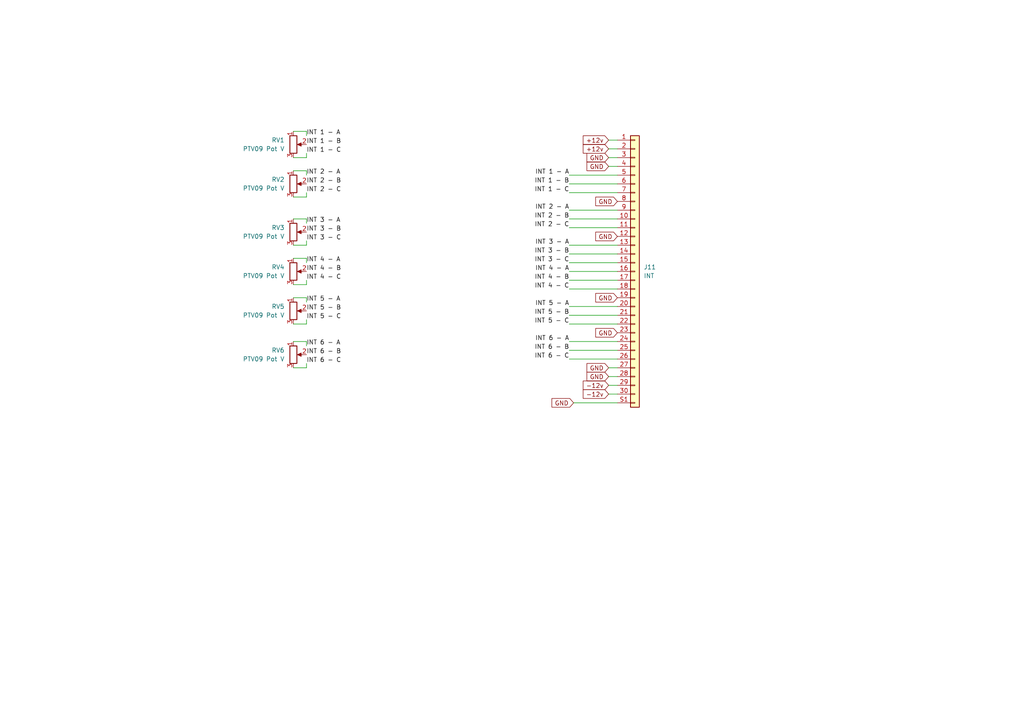
<source format=kicad_sch>
(kicad_sch (version 20231120) (generator "eeschema") (generator_version "8.0")
  (paper "A4")
  (title_block (title "Audio Thing Template") (rev "1.0") (company "velvia-fifty") (comment 1 "https://github.com/velvia-fifty/AudioThings") (comment 2 "You should have changed this already :)") (comment 4 "Stay humble"))
  (lib_symbols
    (symbol "Connector_Generic:Conn_01x31" (pin_names (offset 1.016) hide)
      (property "Reference" "J10" (at 2.54 1.2701 0))
      (property "Value" "Conn_01x31" (at 2.54 -1.2699 0))
      (symbol "Conn_01x31_1_1"
        (rectangle (start -1.27 -37.973) (end 0 -38.227) (stroke (width 0.1524)))
        (rectangle (start -1.27 -35.433) (end 0 -35.687) (stroke (width 0.1524)))
        (rectangle (start -1.27 -32.893) (end 0 -33.147) (stroke (width 0.1524)))
        (rectangle (start -1.27 -30.353) (end 0 -30.607) (stroke (width 0.1524)))
        (rectangle (start -1.27 -27.813) (end 0 -28.067) (stroke (width 0.1524)))
        (rectangle (start -1.27 -25.273) (end 0 -25.527) (stroke (width 0.1524)))
        (rectangle (start -1.27 -22.733) (end 0 -22.987) (stroke (width 0.1524)))
        (rectangle (start -1.27 -20.193) (end 0 -20.447) (stroke (width 0.1524)))
        (rectangle (start -1.27 -17.653) (end 0 -17.907) (stroke (width 0.1524)))
        (rectangle (start -1.27 -15.113) (end 0 -15.367) (stroke (width 0.1524)))
        (rectangle (start -1.27 -12.573) (end 0 -12.827) (stroke (width 0.1524)))
        (rectangle (start -1.27 -10.033) (end 0 -10.287) (stroke (width 0.1524)))
        (rectangle (start -1.27 -7.493) (end 0 -7.747) (stroke (width 0.1524)))
        (rectangle (start -1.27 -4.953) (end 0 -5.207) (stroke (width 0.1524)))
        (rectangle (start -1.27 -2.413) (end 0 -2.667) (stroke (width 0.1524)))
        (rectangle (start -1.27 0.127) (end 0 -0.127) (stroke (width 0.1524)))
        (rectangle (start -1.27 2.667) (end 0 2.413) (stroke (width 0.1524)))
        (rectangle (start -1.27 5.207) (end 0 4.953) (stroke (width 0.1524)))
        (rectangle (start -1.27 7.747) (end 0 7.493) (stroke (width 0.1524)))
        (rectangle (start -1.27 10.287) (end 0 10.033) (stroke (width 0.1524)))
        (rectangle (start -1.27 12.827) (end 0 12.573) (stroke (width 0.1524)))
        (rectangle (start -1.27 15.367) (end 0 15.113) (stroke (width 0.1524)))
        (rectangle (start -1.27 17.907) (end 0 17.653) (stroke (width 0.1524)))
        (rectangle (start -1.27 20.447) (end 0 20.193) (stroke (width 0.1524)))
        (rectangle (start -1.27 22.987) (end 0 22.733) (stroke (width 0.1524)))
        (rectangle (start -1.27 25.527) (end 0 25.273) (stroke (width 0.1524)))
        (rectangle (start -1.27 28.067) (end 0 27.813) (stroke (width 0.1524)))
        (rectangle (start -1.27 30.607) (end 0 30.353) (stroke (width 0.1524)))
        (rectangle (start -1.27 33.147) (end 0 32.893) (stroke (width 0.1524)))
        (rectangle (start -1.27 35.687) (end 0 35.433) (stroke (width 0.1524)))
        (rectangle (start -1.27 38.227) (end 0 37.973) (stroke (width 0.1524)))
        (rectangle (start -1.27 39.37) (end 1.27 -39.37) (stroke (width 0.254)) (fill (type background)))
        (pin passive line (at -5.08 38.1 0) (length 3.81) (name "Pin_1") (number "1"))
        (pin passive line (at -5.08 15.24 0) (length 3.81) (name "Pin_10") (number "10"))
        (pin passive line (at -5.08 12.7 0) (length 3.81) (name "Pin_11") (number "11"))
        (pin passive line (at -5.08 10.16 0) (length 3.81) (name "Pin_12") (number "12"))
        (pin passive line (at -5.08 7.62 0) (length 3.81) (name "Pin_13") (number "13"))
        (pin passive line (at -5.08 5.08 0) (length 3.81) (name "Pin_14") (number "14"))
        (pin passive line (at -5.08 2.54 0) (length 3.81) (name "Pin_15") (number "15"))
        (pin passive line (at -5.08 0 0) (length 3.81) (name "Pin_16") (number "16"))
        (pin passive line (at -5.08 -2.54 0) (length 3.81) (name "Pin_17") (number "17"))
        (pin passive line (at -5.08 -5.08 0) (length 3.81) (name "Pin_18") (number "18"))
        (pin passive line (at -5.08 -7.62 0) (length 3.81) (name "Pin_19") (number "19"))
        (pin passive line (at -5.08 35.56 0) (length 3.81) (name "Pin_2") (number "2"))
        (pin passive line (at -5.08 -10.16 0) (length 3.81) (name "Pin_20") (number "20"))
        (pin passive line (at -5.08 -12.7 0) (length 3.81) (name "Pin_21") (number "21"))
        (pin passive line (at -5.08 -15.24 0) (length 3.81) (name "Pin_22") (number "22"))
        (pin passive line (at -5.08 -17.78 0) (length 3.81) (name "Pin_23") (number "23"))
        (pin passive line (at -5.08 -20.32 0) (length 3.81) (name "Pin_24") (number "24"))
        (pin passive line (at -5.08 -22.86 0) (length 3.81) (name "Pin_25") (number "25"))
        (pin passive line (at -5.08 -25.4 0) (length 3.81) (name "Pin_26") (number "26"))
        (pin passive line (at -5.08 -27.94 0) (length 3.81) (name "Pin_27") (number "27"))
        (pin passive line (at -5.08 -30.48 0) (length 3.81) (name "Pin_28") (number "28"))
        (pin passive line (at -5.08 -33.02 0) (length 3.81) (name "Pin_29") (number "29"))
        (pin passive line (at -5.08 33.02 0) (length 3.81) (name "Pin_3") (number "3"))
        (pin passive line (at -5.08 -35.56 0) (length 3.81) (name "Pin_30") (number "30"))
        (pin passive line (at -5.08 30.48 0) (length 3.81) (name "Pin_4") (number "4"))
        (pin passive line (at -5.08 27.94 0) (length 3.81) (name "Pin_5") (number "5"))
        (pin passive line (at -5.08 25.4 0) (length 3.81) (name "Pin_6") (number "6"))
        (pin passive line (at -5.08 22.86 0) (length 3.81) (name "Pin_7") (number "7"))
        (pin passive line (at -5.08 20.32 0) (length 3.81) (name "Pin_8") (number "8"))
        (pin passive line (at -5.08 17.78 0) (length 3.81) (name "Pin_9") (number "9"))
        (pin passive line (at -5.08 -38.1 0) (length 3.81) (name "S1") (number "S1"))
      )
    )
    (symbol "Device:R_Potentiometer" (pin_names (offset 1.016) hide)
      (property "Reference" "RV" (at -4.445 0 90))
      (property "Value" "R_Potentiometer" (at -2.54 0 90))
      (symbol "R_Potentiometer_0_1"
        (polyline (pts (xy 2.54 0) (xy 1.524 0)))
        (polyline (pts (xy 1.143 0) (xy 2.286 0.508) (xy 2.286 -0.508) (xy 1.143 0)) (fill (type outline)))
        (rectangle (start 1.016 2.54) (end -1.016 -2.54) (stroke (width 0.254)))
      )
      (symbol "R_Potentiometer_1_1"
        (pin passive line (at 0 3.81 270) (length 1.27) (name "1") (number "1"))
        (pin passive line (at 3.81 0 180) (length 1.27) (name "2") (number "2"))
        (pin passive line (at 0 -3.81 90) (length 1.27) (name "3") (number "3"))
      )
    )
  )
  (wire (pts (xy 88.9 55.88) (xy 88.9 57.15)))
  (wire (pts (xy 165.1 101.6) (xy 179.07 101.6)))
  (wire (pts (xy 85.09 74.93) (xy 88.9 74.93)))
  (wire (pts (xy 165.1 88.9) (xy 179.07 88.9)))
  (wire (pts (xy 88.9 82.55) (xy 88.9 81.28)))
  (wire (pts (xy 88.9 106.68) (xy 88.9 105.41)))
  (wire (pts (xy 85.09 45.72) (xy 88.9 45.72)))
  (wire (pts (xy 165.1 66.04) (xy 179.07 66.04)))
  (wire (pts (xy 88.9 74.93) (xy 88.9 76.2)))
  (wire (pts (xy 165.1 71.12) (xy 179.07 71.12)))
  (wire (pts (xy 88.9 99.06) (xy 88.9 100.33)))
  (wire (pts (xy 166.37 116.84) (xy 179.07 116.84)))
  (wire (pts (xy 85.09 93.98) (xy 88.9 93.98)))
  (wire (pts (xy 165.1 99.06) (xy 179.07 99.06)))
  (wire (pts (xy 176.53 48.26) (xy 179.07 48.26)))
  (wire (pts (xy 88.9 69.85) (xy 88.9 71.12)))
  (wire (pts (xy 165.1 73.66) (xy 179.07 73.66)))
  (wire (pts (xy 88.9 50.8) (xy 88.9 49.53)))
  (wire (pts (xy 88.9 44.45) (xy 88.9 45.72)))
  (wire (pts (xy 88.9 57.15) (xy 85.09 57.15)))
  (wire (pts (xy 88.9 63.5) (xy 85.09 63.5)))
  (wire (pts (xy 88.9 64.77) (xy 88.9 63.5)))
  (wire (pts (xy 165.1 63.5) (xy 179.07 63.5)))
  (wire (pts (xy 176.53 40.64) (xy 179.07 40.64)))
  (wire (pts (xy 165.1 93.98) (xy 179.07 93.98)))
  (wire (pts (xy 165.1 55.88) (xy 179.07 55.88)))
  (wire (pts (xy 85.09 82.55) (xy 88.9 82.55)))
  (wire (pts (xy 165.1 53.34) (xy 179.07 53.34)))
  (wire (pts (xy 165.1 76.2) (xy 179.07 76.2)))
  (wire (pts (xy 88.9 93.98) (xy 88.9 92.71)))
  (wire (pts (xy 176.53 114.3) (xy 179.07 114.3)))
  (wire (pts (xy 88.9 49.53) (xy 85.09 49.53)))
  (wire (pts (xy 165.1 91.44) (xy 179.07 91.44)))
  (wire (pts (xy 88.9 86.36) (xy 88.9 87.63)))
  (wire (pts (xy 165.1 83.82) (xy 179.07 83.82)))
  (wire (pts (xy 165.1 104.14) (xy 179.07 104.14)))
  (wire (pts (xy 165.1 81.28) (xy 179.07 81.28)))
  (wire (pts (xy 85.09 106.68) (xy 88.9 106.68)))
  (wire (pts (xy 176.53 45.72) (xy 179.07 45.72)))
  (wire (pts (xy 88.9 38.1) (xy 88.9 39.37)))
  (wire (pts (xy 85.09 38.1) (xy 88.9 38.1)))
  (wire (pts (xy 176.53 109.22) (xy 179.07 109.22)))
  (wire (pts (xy 176.53 43.18) (xy 179.07 43.18)))
  (wire (pts (xy 176.53 106.68) (xy 179.07 106.68)))
  (wire (pts (xy 88.9 71.12) (xy 85.09 71.12)))
  (wire (pts (xy 85.09 86.36) (xy 88.9 86.36)))
  (wire (pts (xy 165.1 60.96) (xy 179.07 60.96)))
  (wire (pts (xy 165.1 50.8) (xy 179.07 50.8)))
  (wire (pts (xy 85.09 99.06) (xy 88.9 99.06)))
  (wire (pts (xy 165.1 78.74) (xy 179.07 78.74)))
  (wire (pts (xy 176.53 111.76) (xy 179.07 111.76)))
  (label "INT 2 - C" (at 165.1 66.04 180))
  (label "INT 3 - C" (at 88.9 69.85 0))
  (label "INT 6 - B" (at 165.1 101.6 180))
  (label "INT 1 - C" (at 88.9 44.45 0))
  (label "INT 2 - B" (at 88.9 53.34 0))
  (label "INT 4 - C" (at 88.9 81.28 0))
  (label "INT 6 - B" (at 88.9 102.87 0))
  (label "INT 1 - B" (at 88.9 41.91 0))
  (label "INT 3 - A" (at 165.1 71.12 180))
  (label "INT 1 - B" (at 165.1 53.34 180))
  (label "INT 2 - C" (at 88.9 55.88 0))
  (label "INT 4 - C" (at 165.1 83.82 180))
  (label "INT 4 - B" (at 88.9 78.74 0))
  (label "INT 4 - A" (at 88.9 76.2 0))
  (label "INT 2 - B" (at 165.1 63.5 180))
  (label "INT 3 - B" (at 165.1 73.66 180))
  (label "INT 5 - B" (at 165.1 91.44 180))
  (label "INT 1 - A" (at 165.1 50.8 180))
  (label "INT 3 - C" (at 165.1 76.2 180))
  (label "INT 6 - A" (at 165.1 99.06 180))
  (label "INT 6 - C" (at 88.9 105.41 0))
  (label "INT 5 - C" (at 165.1 93.98 180))
  (label "INT 5 - C" (at 88.9 92.71 0))
  (label "INT 5 - A" (at 165.1 88.9 180))
  (label "INT 4 - B" (at 165.1 81.28 180))
  (label "INT 5 - B" (at 88.9 90.17 0))
  (label "INT 4 - A" (at 165.1 78.74 180))
  (label "INT 5 - A" (at 88.9 87.63 0))
  (label "INT 3 - A" (at 88.9 64.77 0))
  (label "INT 2 - A" (at 88.9 50.8 0))
  (label "INT 1 - C" (at 165.1 55.88 180))
  (label "INT 3 - B" (at 88.9 67.31 0))
  (label "INT 2 - A" (at 165.1 60.96 180))
  (label "INT 6 - A" (at 88.9 100.33 0))
  (label "INT 6 - C" (at 165.1 104.14 180))
  (label "INT 1 - A" (at 88.9 39.37 0))
  (global_label "-12v" (shape input) (at 176.53 111.76 180) (property "Intersheetrefs" "${INTERSHEET_REFS}" (effects (hide yes))))
  (global_label "GND" (shape input) (at 179.07 96.52 180) (property "Intersheetrefs" "${INTERSHEET_REFS}" (effects (hide yes))))
  (global_label "GND" (shape input) (at 176.53 109.22 180) (property "Intersheetrefs" "${INTERSHEET_REFS}" (effects (hide yes))))
  (global_label "GND" (shape input) (at 179.07 86.36 180) (property "Intersheetrefs" "${INTERSHEET_REFS}" (effects (hide yes))))
  (global_label "-12v" (shape input) (at 176.53 114.3 180) (property "Intersheetrefs" "${INTERSHEET_REFS}" (effects (hide yes))))
  (global_label "GND" (shape input) (at 166.37 116.84 180) (property "Intersheetrefs" "${INTERSHEET_REFS}" (effects (hide yes))))
  (global_label "+12v" (shape input) (at 176.53 43.18 180) (property "Intersheetrefs" "${INTERSHEET_REFS}" (effects (hide yes))))
  (global_label "GND" (shape input) (at 176.53 45.72 180) (property "Intersheetrefs" "${INTERSHEET_REFS}" (effects (hide yes))))
  (global_label "GND" (shape input) (at 176.53 106.68 180) (property "Intersheetrefs" "${INTERSHEET_REFS}" (effects (hide yes))))
  (global_label "GND" (shape input) (at 179.07 58.42 180) (property "Intersheetrefs" "${INTERSHEET_REFS}" (effects (hide yes))))
  (global_label "+12v" (shape input) (at 176.53 40.64 180) (property "Intersheetrefs" "${INTERSHEET_REFS}" (effects (hide yes))))
  (global_label "GND" (shape input) (at 176.53 48.26 180) (property "Intersheetrefs" "${INTERSHEET_REFS}" (effects (hide yes))))
  (global_label "GND" (shape input) (at 179.07 68.58 180) (property "Intersheetrefs" "${INTERSHEET_REFS}" (effects (hide yes))))
  (symbol (lib_id "Device:R_Potentiometer") (at 85.09 78.74 0) (unit 1)
    (property "Reference" "RV4" (at 82.55 77.4699 0) (effects (justify right)))
    (property "Value" "PTV09 Pot V" (at 82.55 80.0099 0) (effects (justify right)))
    (property "Footprint" "AT-Footprints:2HP_PTV09A-1_Single_Vertical" (effects (hide yes)))
    (property "Description" "Potentiometer" (effects (hide yes)))
  )
  (symbol (lib_id "Device:R_Potentiometer") (at 85.09 41.91 0) (unit 1)
    (property "Reference" "RV1" (at 82.55 40.6399 0) (effects (justify right)))
    (property "Value" "PTV09 Pot V" (at 82.55 43.1799 0) (effects (justify right)))
    (property "Footprint" "AT-Footprints:2HP_PTV09A-1_Single_Vertical" (effects (hide yes)))
    (property "Description" "Potentiometer" (effects (hide yes)))
  )
  (symbol (lib_id "Device:R_Potentiometer") (at 85.09 67.31 0) (unit 1)
    (property "Reference" "RV3" (at 82.55 66.0399 0) (effects (justify right)))
    (property "Value" "PTV09 Pot V" (at 82.55 68.5799 0) (effects (justify right)))
    (property "Footprint" "AT-Footprints:2HP_PTV09A-1_Single_Vertical" (effects (hide yes)))
    (property "Description" "Potentiometer" (effects (hide yes)))
  )
  (symbol (lib_id "Device:R_Potentiometer") (at 85.09 102.87 0) (unit 1)
    (property "Reference" "RV6" (at 82.55 101.5999 0) (effects (justify right)))
    (property "Value" "PTV09 Pot V" (at 82.55 104.1399 0) (effects (justify right)))
    (property "Footprint" "AT-Footprints:2HP_PTV09A-1_Single_Vertical" (effects (hide yes)))
    (property "Description" "Potentiometer" (effects (hide yes)))
  )
  (symbol (lib_id "Device:R_Potentiometer") (at 85.09 90.17 0) (unit 1)
    (property "Reference" "RV5" (at 82.55 88.8999 0) (effects (justify right)))
    (property "Value" "PTV09 Pot V" (at 82.55 91.4399 0) (effects (justify right)))
    (property "Footprint" "AT-Footprints:2HP_PTV09A-1_Single_Vertical" (effects (hide yes)))
    (property "Description" "Potentiometer" (effects (hide yes)))
  )
  (symbol (lib_id "Device:R_Potentiometer") (at 85.09 53.34 0) (unit 1)
    (property "Reference" "RV2" (at 82.55 52.0699 0) (effects (justify right)))
    (property "Value" "PTV09 Pot V" (at 82.55 54.6099 0) (effects (justify right)))
    (property "Footprint" "AT-Footprints:2HP_PTV09A-1_Single_Vertical" (effects (hide yes)))
    (property "Description" "Potentiometer" (effects (hide yes)))
  )
  (symbol (lib_id "Connector_Generic:Conn_01x31") (at 184.15 78.74 0) (unit 1)
    (property "Reference" "J11" (at 186.69 77.4699 0) (effects (justify left)))
    (property "Value" "INT" (at 186.69 80.0099 0) (effects (justify left)))
    (property "Footprint" "AT-Footprints:ffc-30-v-TE_3-1734742-0" (effects (hide yes)))
    (property "Description" "Generic connector, single row, 01x31, script generated (kicad-library-utils/schlib/autogen/connector/)" (effects (hide yes)))
  )
)
</source>
